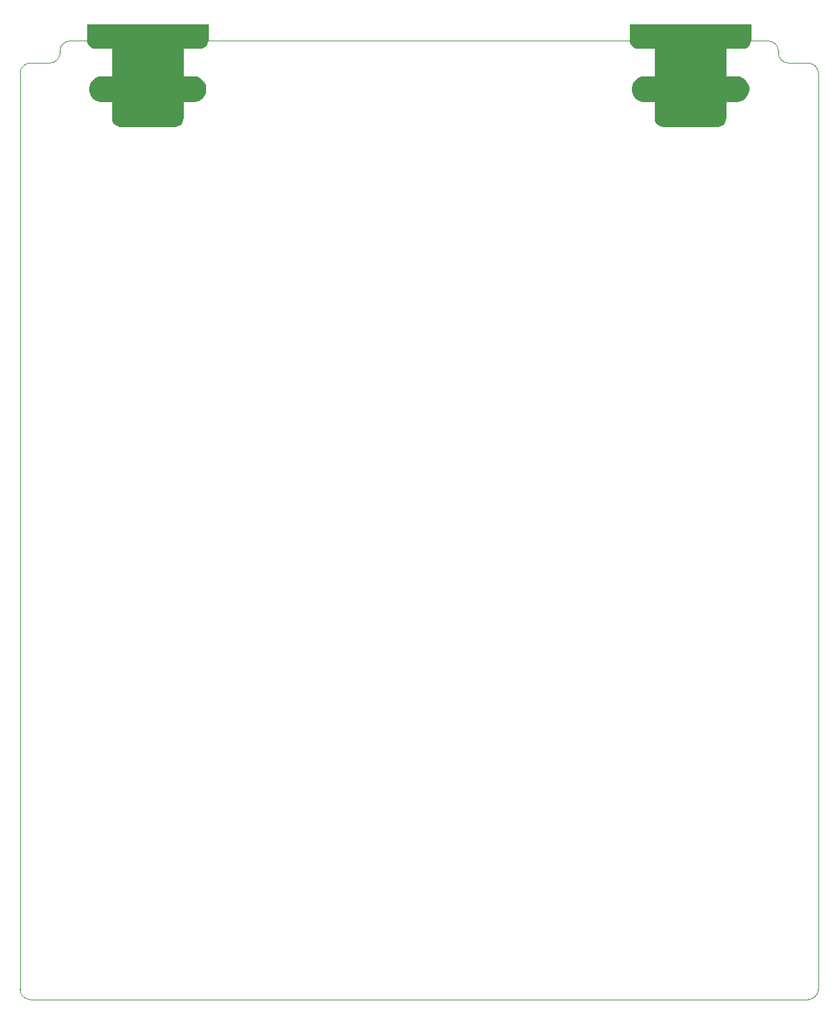
<source format=gbr>
%TF.GenerationSoftware,Altium Limited,Altium Designer,22.10.1 (41)*%
G04 Layer_Color=0*
%FSLAX45Y45*%
%MOMM*%
%TF.SameCoordinates,CC01BCFA-2ECF-4BF2-A349-93AF2CE8EC74*%
%TF.FilePolarity,Positive*%
%TF.FileFunction,Profile,NP*%
%TF.Part,Single*%
G01*
G75*
%TA.AperFunction,Profile*%
%ADD65C,0.02540*%
G36*
X-2637500Y12209300D02*
Y12018000D01*
Y12006378D01*
X-2642035Y11983580D01*
X-2650930Y11962106D01*
X-2663844Y11942779D01*
X-2680279Y11926343D01*
X-2699606Y11913430D01*
X-2721081Y11904534D01*
X-2743878Y11900000D01*
X-2755500D01*
D01*
X-2950000D01*
Y11559100D01*
X-2828500Y11559100D01*
X-2812446Y11559100D01*
X-2780955Y11552836D01*
X-2751291Y11540549D01*
X-2724594Y11522710D01*
X-2701890Y11500006D01*
X-2684051Y11473309D01*
X-2671764Y11443645D01*
X-2665500Y11412154D01*
X-2665500Y11396100D01*
X-2665500Y11380046D01*
X-2671764Y11348555D01*
X-2684052Y11318890D01*
X-2701890Y11292194D01*
X-2724594Y11269490D01*
X-2751291Y11251651D01*
X-2780955Y11239364D01*
X-2812446Y11233100D01*
X-2828500Y11233100D01*
Y11233100D01*
X-2950000D01*
Y11038000D01*
Y11026378D01*
X-2954535Y11003580D01*
X-2963430Y10982106D01*
X-2976344Y10962779D01*
X-2992779Y10946343D01*
X-3012106Y10933429D01*
X-3033581Y10924534D01*
X-3056378Y10920000D01*
X-3068000D01*
D01*
X-3732000Y10920000D01*
X-3743622Y10920000D01*
X-3766419Y10924535D01*
X-3787894Y10933429D01*
X-3807221Y10946343D01*
X-3823657Y10962779D01*
X-3836570Y10982106D01*
X-3845466Y11003580D01*
X-3850000Y11026378D01*
X-3850000Y11038000D01*
X-3850000D01*
Y11233100D01*
X-3971500Y11233100D01*
X-3987554Y11233100D01*
X-4019045Y11239364D01*
X-4048709Y11251651D01*
X-4075407Y11269490D01*
X-4098110Y11292193D01*
X-4115949Y11318890D01*
X-4128236Y11348555D01*
X-4134500Y11380046D01*
X-4134500Y11396100D01*
X-4134500Y11412154D01*
X-4128236Y11443645D01*
X-4115949Y11473309D01*
X-4098111Y11500006D01*
X-4075407Y11522711D01*
X-4048709Y11540549D01*
X-4019045Y11552836D01*
X-3987554Y11559100D01*
X-3971500Y11559100D01*
Y11559100D01*
X-3850000D01*
Y11900000D01*
X-4044500D01*
X-4056122D01*
X-4078920Y11904534D01*
X-4100394Y11913430D01*
X-4119721Y11926343D01*
X-4136157Y11942779D01*
X-4149070Y11962106D01*
X-4157966Y11983580D01*
X-4162500Y12006378D01*
Y12018000D01*
D01*
Y12209300D01*
X-2637500D01*
D02*
G37*
G36*
X4162500Y12209300D02*
Y12018000D01*
Y12006378D01*
X4157965Y11983580D01*
X4149070Y11962106D01*
X4136157Y11942779D01*
X4119721Y11926343D01*
X4100394Y11913429D01*
X4078919Y11904534D01*
X4056122Y11900000D01*
X4044500D01*
D01*
X3850000D01*
Y11559100D01*
X3971500Y11559099D01*
X3987554Y11559100D01*
X4019045Y11552836D01*
X4048709Y11540548D01*
X4075406Y11522710D01*
X4098110Y11500006D01*
X4115949Y11473309D01*
X4128236Y11443645D01*
X4134500Y11412154D01*
X4134500Y11396100D01*
X4134500Y11380046D01*
X4128236Y11348554D01*
X4115949Y11318890D01*
X4098110Y11292193D01*
X4075406Y11269489D01*
X4048709Y11251651D01*
X4019045Y11239364D01*
X3987554Y11233100D01*
X3971500Y11233100D01*
Y11233100D01*
X3850000D01*
Y11038000D01*
Y11026377D01*
X3845465Y11003580D01*
X3836570Y10982106D01*
X3823657Y10962779D01*
X3807221Y10946343D01*
X3787894Y10933429D01*
X3766419Y10924534D01*
X3743622Y10919999D01*
X3732000D01*
D01*
X3068000Y10920000D01*
X3056378Y10920000D01*
X3033581Y10924534D01*
X3012106Y10933429D01*
X2992779Y10946343D01*
X2976343Y10962779D01*
X2963430Y10982106D01*
X2954535Y11003580D01*
X2950000Y11026377D01*
X2950000Y11038000D01*
X2950000D01*
Y11233100D01*
X2828500Y11233100D01*
X2812446Y11233100D01*
X2780955Y11239364D01*
X2751291Y11251651D01*
X2724593Y11269489D01*
X2701890Y11292193D01*
X2684051Y11318890D01*
X2671764Y11348554D01*
X2665500Y11380046D01*
X2665500Y11396100D01*
X2665500Y11412154D01*
X2671764Y11443645D01*
X2684051Y11473309D01*
X2701889Y11500006D01*
X2724593Y11522710D01*
X2751291Y11540548D01*
X2780955Y11552836D01*
X2812446Y11559100D01*
X2828500Y11559099D01*
Y11559100D01*
X2950000D01*
Y11900000D01*
X2755500D01*
X2743878D01*
X2721080Y11904534D01*
X2699606Y11913429D01*
X2680279Y11926343D01*
X2663843Y11942779D01*
X2650930Y11962106D01*
X2642035Y11983580D01*
X2637500Y12006378D01*
Y12018000D01*
D01*
Y12209300D01*
X4162500D01*
D02*
G37*
D65*
X-5000000Y127000D02*
G03*
X-4873000Y0I127000J0D01*
G01*
X4873000D01*
D02*
G03*
X5000000Y127000I0J127000D01*
G01*
X4999999Y11596000D01*
D02*
G03*
X4873000Y11723000I-127000J0D01*
G01*
X4627000D01*
D02*
G02*
X4500000Y11850000I0J127000D01*
G01*
Y11873000D01*
D02*
G03*
X4373000Y12000000I-127000J0D01*
G01*
X-4373000D01*
D02*
G03*
X-4500000Y11873000I0J-127000D01*
G01*
Y11850000D01*
D02*
G02*
X-4627000Y11723000I-127000J0D01*
G01*
X-4873000D01*
D02*
G03*
X-5000000Y11596000I0J-127000D01*
G01*
Y127000D01*
%TF.MD5,3e33d893161dc08a470995f8d3592e63*%
M02*

</source>
